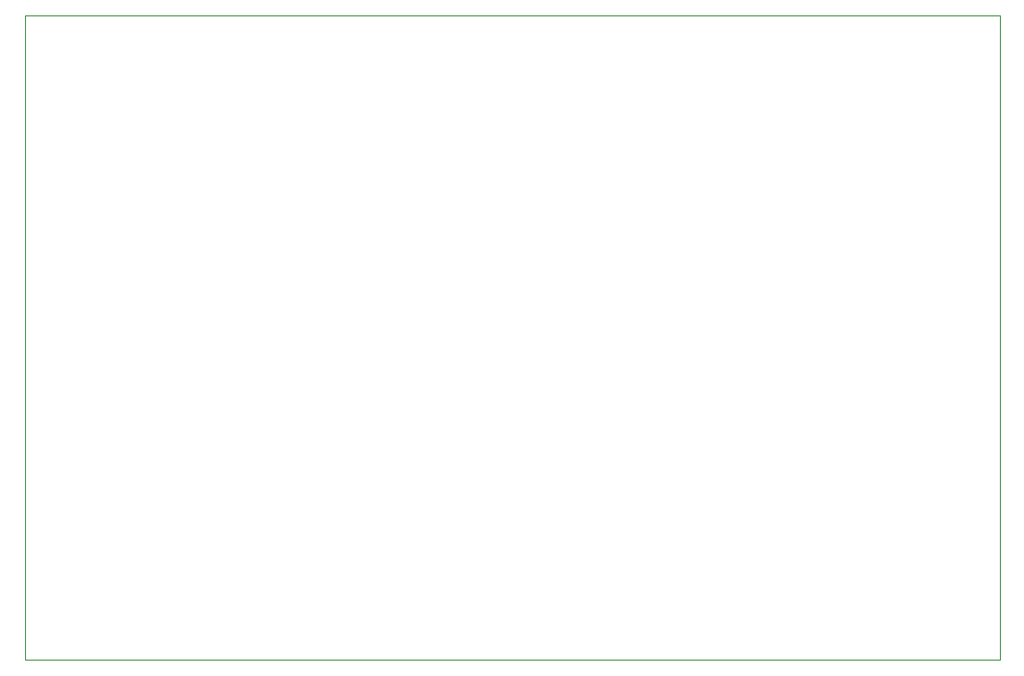
<source format=gbr>
%TF.GenerationSoftware,KiCad,Pcbnew,(5.1.9)-1*%
%TF.CreationDate,2022-08-11T12:06:35+02:00*%
%TF.ProjectId,raspi-shield,72617370-692d-4736-9869-656c642e6b69,rev?*%
%TF.SameCoordinates,Original*%
%TF.FileFunction,Profile,NP*%
%FSLAX46Y46*%
G04 Gerber Fmt 4.6, Leading zero omitted, Abs format (unit mm)*
G04 Created by KiCad (PCBNEW (5.1.9)-1) date 2022-08-11 12:06:35*
%MOMM*%
%LPD*%
G01*
G04 APERTURE LIST*
%TA.AperFunction,Profile*%
%ADD10C,0.050000*%
%TD*%
G04 APERTURE END LIST*
D10*
X80000000Y-40000000D02*
X165600000Y-40000000D01*
X165600000Y-40000000D02*
X165600000Y-96600000D01*
X80000000Y-96600000D02*
X165600000Y-96600000D01*
X80000000Y-40000000D02*
X80000000Y-96600000D01*
M02*

</source>
